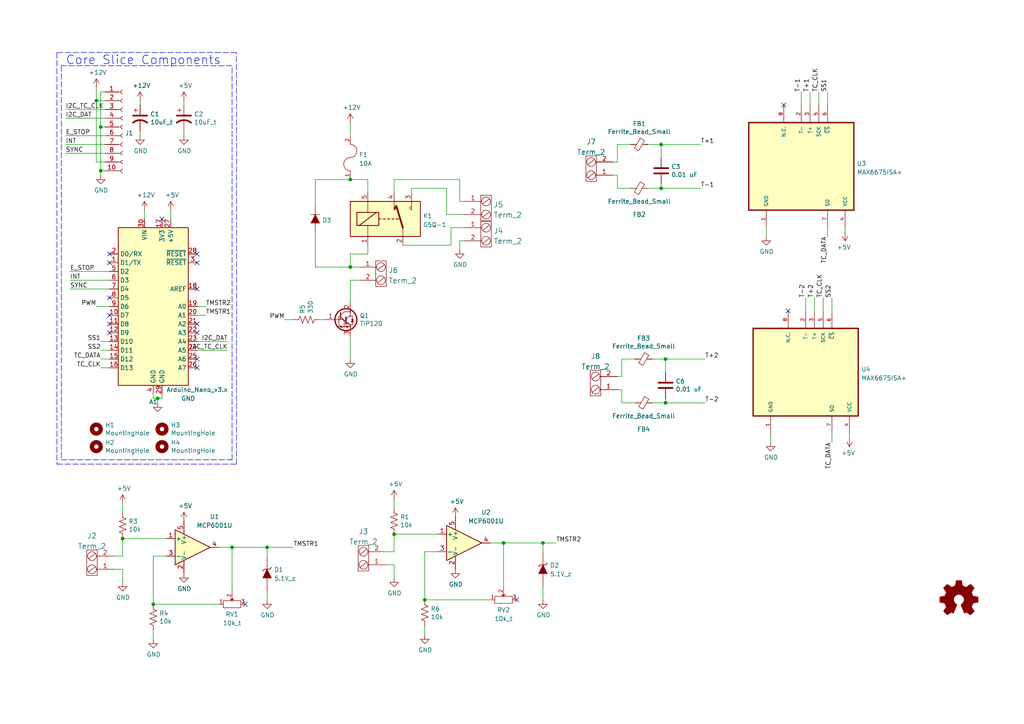
<source format=kicad_sch>
(kicad_sch (version 20231120) (generator "eeschema") (generator_version "8.0")
  (paper "A4")
  (lib_symbols
    (symbol "Amplifier_Operational:MCP6001U" (pin_names (offset 0.127))
      (property "Reference" "U" (at 0 5.08 0))
      (property "Value" "MCP6001U" (at 0 -5.08 0))
      (symbol "MCP6001U_0_1"
        (pin power_in line (at -2.54 -7.62 90) (length 3.81) (name "V-") (number "2"))
        (pin power_in line (at -2.54 7.62 270) (length 3.81) (name "V+") (number "5"))
      )
      (symbol "MCP6001U_1_1"
        (pin input line (at -7.62 2.54 0) (length 2.54) (name "+") (number "1"))
        (pin input line (at -7.62 -2.54 0) (length 2.54) (name "-") (number "3"))
        (pin output line (at 7.62 0 180) (length 2.54) (name "~") (number "4"))
      )
    )
    (symbol "BREAD_Slice-rescue:10uF_t-OCI_UPL_2_Capacitors" (pin_numbers hide) (pin_names (offset 0.254) hide)
      (property "Reference" "C" (at 0.635 2.54 0))
      (property "Value" "10uF_t-OCI_UPL_2_Capacitors" (at 0.635 -2.54 0))
      (symbol "10uF_t-OCI_UPL_2_Capacitors_1_1"
        (pin passive line (at 0 3.81 270) (length 2.794) (name "~") (number "1"))
        (pin passive line (at 0 -3.81 90) (length 3.302) (name "~") (number "2"))
      )
    )
    (symbol "Connector:Conn_01x10_Female" (pin_names (offset 1.016) hide)
      (property "Reference" "J" (at 0 12.7 0))
      (property "Value" "Conn_01x10_Female" (at 0 -15.24 0))
      (symbol "Conn_01x10_Female_1_1"
        (pin passive line (at -5.08 10.16 0) (length 3.81) (name "Pin_1") (number "1"))
        (pin passive line (at -5.08 -12.7 0) (length 3.81) (name "Pin_10") (number "10"))
        (pin passive line (at -5.08 7.62 0) (length 3.81) (name "Pin_2") (number "2"))
        (pin passive line (at -5.08 5.08 0) (length 3.81) (name "Pin_3") (number "3"))
        (pin passive line (at -5.08 2.54 0) (length 3.81) (name "Pin_4") (number "4"))
        (pin passive line (at -5.08 0 0) (length 3.81) (name "Pin_5") (number "5"))
        (pin passive line (at -5.08 -2.54 0) (length 3.81) (name "Pin_6") (number "6"))
        (pin passive line (at -5.08 -5.08 0) (length 3.81) (name "Pin_7") (number "7"))
        (pin passive line (at -5.08 -7.62 0) (length 3.81) (name "Pin_8") (number "8"))
        (pin passive line (at -5.08 -10.16 0) (length 3.81) (name "Pin_9") (number "9"))
      )
    )
    (symbol "Device:C" (pin_numbers hide) (pin_names (offset 0.254))
      (property "Reference" "C" (at 0.635 2.54 0))
      (property "Value" "C" (at 0.635 -2.54 0))
      (symbol "C_1_1"
        (pin passive line (at 0 3.81 270) (length 2.794) (name "~") (number "1"))
        (pin passive line (at 0 -3.81 90) (length 2.794) (name "~") (number "2"))
      )
    )
    (symbol "Device:Ferrite_Bead_Small" (pin_numbers hide) (pin_names (offset 0))
      (property "Reference" "FB" (at 1.905 1.27 0))
      (property "Value" "Device_Ferrite_Bead_Small" (at 1.905 -1.27 0))
      (symbol "Ferrite_Bead_Small_1_1"
        (pin passive line (at 0 2.54 270) (length 1.27) (name "~") (number "1"))
        (pin passive line (at 0 -2.54 90) (length 1.27) (name "~") (number "2"))
      )
    )
    (symbol "Device:R_US" (pin_numbers hide) (pin_names (offset 0))
      (property "Reference" "R" (at 2.54 0 90))
      (property "Value" "R_US" (at -2.54 0 90))
      (symbol "R_US_1_1"
        (pin passive line (at 0 3.81 270) (length 1.27) (name "~") (number "1"))
        (pin passive line (at 0 -3.81 90) (length 1.27) (name "~") (number "2"))
      )
    )
    (symbol "Graphic:Logo_Open_Hardware_Small" (pin_names (offset 1.016)))
    (symbol "MAX6675ISA_:MAX6675ISA+" (pin_names (offset 1.016))
      (property "Reference" "U" (at -12.7 16.2306 0))
      (property "Value" "MAX6675ISA+" (at -12.7 -19.2278 0))
      (symbol "MAX6675ISA+_0_0"
        (pin power_in line (at 17.78 -10.16 180) (length 5.08) (name "GND") (number "1"))
        (pin input line (at -17.78 0 0) (length 5.08) (name "T-") (number "2"))
        (pin input line (at -17.78 2.54 0) (length 5.08) (name "T+") (number "3"))
        (pin power_in line (at 17.78 12.7 180) (length 5.08) (name "VCC") (number "4"))
        (pin input line (at -17.78 5.08 0) (length 5.08) (name "SCK") (number "5"))
        (pin input line (at -17.78 7.62 0) (length 5.08) (name "~{CS}") (number "6"))
        (pin output line (at 17.78 7.62 180) (length 5.08) (name "SO") (number "7"))
        (pin bidirectional line (at -17.78 -5.08 0) (length 5.08) (name "N.C.") (number "8"))
      )
    )
    (symbol "MCU_Module:Arduino_Nano_v3.x"
      (property "Reference" "A" (at -10.16 23.495 0))
      (property "Value" "Arduino_Nano_v3.x" (at 5.08 -24.13 0))
      (symbol "Arduino_Nano_v3.x_1_1"
        (pin bidirectional line (at -12.7 12.7 0) (length 2.54) (name "D1/TX") (number "1"))
        (pin bidirectional line (at -12.7 -2.54 0) (length 2.54) (name "D7") (number "10"))
        (pin bidirectional line (at -12.7 -5.08 0) (length 2.54) (name "D8") (number "11"))
        (pin bidirectional line (at -12.7 -7.62 0) (length 2.54) (name "D9") (number "12"))
        (pin bidirectional line (at -12.7 -10.16 0) (length 2.54) (name "D10") (number "13"))
        (pin bidirectional line (at -12.7 -12.7 0) (length 2.54) (name "D11") (number "14"))
        (pin bidirectional line (at -12.7 -15.24 0) (length 2.54) (name "D12") (number "15"))
        (pin bidirectional line (at -12.7 -17.78 0) (length 2.54) (name "D13") (number "16"))
        (pin power_out line (at 2.54 25.4 270) (length 2.54) (name "3V3") (number "17"))
        (pin input line (at 12.7 5.08 180) (length 2.54) (name "AREF") (number "18"))
        (pin bidirectional line (at 12.7 0 180) (length 2.54) (name "A0") (number "19"))
        (pin bidirectional line (at -12.7 15.24 0) (length 2.54) (name "D0/RX") (number "2"))
        (pin bidirectional line (at 12.7 -2.54 180) (length 2.54) (name "A1") (number "20"))
        (pin bidirectional line (at 12.7 -5.08 180) (length 2.54) (name "A2") (number "21"))
        (pin bidirectional line (at 12.7 -7.62 180) (length 2.54) (name "A3") (number "22"))
        (pin bidirectional line (at 12.7 -10.16 180) (length 2.54) (name "A4") (number "23"))
        (pin bidirectional line (at 12.7 -12.7 180) (length 2.54) (name "A5") (number "24"))
        (pin bidirectional line (at 12.7 -15.24 180) (length 2.54) (name "A6") (number "25"))
        (pin bidirectional line (at 12.7 -17.78 180) (length 2.54) (name "A7") (number "26"))
        (pin power_out line (at 5.08 25.4 270) (length 2.54) (name "+5V") (number "27"))
        (pin input line (at 12.7 15.24 180) (length 2.54) (name "~{RESET}") (number "28"))
        (pin power_in line (at 2.54 -25.4 90) (length 2.54) (name "GND") (number "29"))
        (pin input line (at 12.7 12.7 180) (length 2.54) (name "~{RESET}") (number "3"))
        (pin power_in line (at -2.54 25.4 270) (length 2.54) (name "VIN") (number "30"))
        (pin power_in line (at 0 -25.4 90) (length 2.54) (name "GND") (number "4"))
        (pin bidirectional line (at -12.7 10.16 0) (length 2.54) (name "D2") (number "5"))
        (pin bidirectional line (at -12.7 7.62 0) (length 2.54) (name "D3") (number "6"))
        (pin bidirectional line (at -12.7 5.08 0) (length 2.54) (name "D4") (number "7"))
        (pin bidirectional line (at -12.7 2.54 0) (length 2.54) (name "D5") (number "8"))
        (pin bidirectional line (at -12.7 0 0) (length 2.54) (name "D6") (number "9"))
      )
    )
    (symbol "Mechanical:MountingHole" (pin_names (offset 1.016))
      (property "Reference" "H" (at 0 5.08 0))
      (property "Value" "MountingHole" (at 0 3.175 0))
    )
    (symbol "OCI_UPL_10_Connectors:Term_2" (pin_names (offset 1.016))
      (property "Reference" "J" (at 3.81 1.27 0))
      (property "Value" "Term_2" (at 6.35 3.81 0))
      (symbol "Term_2_1_1"
        (pin input line (at -6.35 3.81 0) (length 5.08) (name "~") (number "1"))
        (pin input line (at -6.35 0 0) (length 5.08) (name "~") (number "2"))
      )
    )
    (symbol "OCI_UPL_11_Mechanical:FUSE_Blade" (pin_names (offset 0.254))
      (property "Reference" "F" (at 2.54 1.27 0))
      (property "Value" "FUSE_Blade" (at 0 -3.81 0))
      (symbol "FUSE_Blade_1_1"
        (pin input line (at -6.35 0 0) (length 2.54) (name "~") (number "1"))
        (pin input line (at 6.35 0 180) (length 2.54) (name "~") (number "2"))
      )
    )
    (symbol "OCI_UPL_1_Resistors:10k_t" (pin_names (offset 1.016) hide)
      (property "Reference" "RV" (at 0 -2.032 0))
      (property "Value" "10k_t" (at 0 0 0))
      (symbol "10k_t_1_1"
        (pin passive line (at -3.81 0 0) (length 1.27) (name "1") (number "1"))
        (pin passive line (at 0 3.81 270) (length 2.54) (name "2") (number "2"))
        (pin passive line (at 3.81 0 180) (length 1.27) (name "3") (number "3"))
      )
    )
    (symbol "OCI_UPL_4_Semiconductors:5.1V_z" (pin_numbers hide) (pin_names (offset 1.016) hide)
      (property "Reference" "D" (at 0 2.54 0))
      (property "Value" "5.1V_z" (at 0 -2.54 0))
      (symbol "5.1V_z_1_1"
        (pin passive line (at -5.08 0 0) (length 3.81) (name "K") (number "1"))
        (pin passive line (at 5.08 0 180) (length 3.81) (name "A") (number "2"))
      )
    )
    (symbol "OCI_UPL_4_Semiconductors:General_Purpose_Diode" (pin_numbers hide) (pin_names (offset 1.016) hide)
      (property "Reference" "D" (at 0 2.54 0))
      (symbol "General_Purpose_Diode_1_1"
        (pin passive line (at -3.81 0 0) (length 2.54) (name "K") (number "1"))
        (pin passive line (at 3.81 0 180) (length 2.54) (name "A") (number "2"))
      )
    )
    (symbol "Relay:G5Q-1"
      (property "Reference" "K" (at 11.43 3.81 0))
      (property "Value" "G5Q-1" (at 11.43 1.27 0))
      (symbol "G5Q-1_1_1"
        (pin passive line (at -5.08 -7.62 90) (length 2.54) (name "~") (number "1"))
        (pin passive line (at 5.08 -7.62 90) (length 2.54) (name "~") (number "2"))
        (pin passive line (at 7.62 7.62 270) (length 2.54) (name "~") (number "3"))
        (pin passive line (at 2.54 7.62 270) (length 2.54) (name "~") (number "4"))
        (pin passive line (at -5.08 7.62 270) (length 2.54) (name "~") (number "5"))
      )
    )
    (symbol "Transistor_BJT:TIP120" (pin_names (offset 0) hide)
      (property "Reference" "Q" (at 5.08 1.905 0))
      (property "Value" "TIP120" (at 5.08 0 0))
      (symbol "TIP120_1_1"
        (pin input line (at -5.08 0 0) (length 3.81) (name "B") (number "1"))
        (pin passive line (at 2.54 5.08 270) (length 2.667) (name "C") (number "2"))
        (pin passive line (at 2.54 -5.08 90) (length 2.54) (name "E") (number "3"))
      )
    )
    (symbol "power:+12V" (power) (pin_names (offset 0))
      (property "Value" "+12V" (at 0 3.556 0))
      (symbol "+12V_1_1"
        (pin power_in line (at 0 0 90) (length 0) hide (name "+12V") (number "1"))
      )
    )
    (symbol "power:+5V" (power) (pin_names (offset 0))
      (property "Value" "+5V" (at 0 3.556 0))
      (symbol "+5V_1_1"
        (pin power_in line (at 0 0 90) (length 0) hide (name "+5V") (number "1"))
      )
    )
    (symbol "power:GND" (power) (pin_names (offset 0))
      (property "Value" "GND" (at 0 -3.81 0))
      (symbol "GND_1_1"
        (pin power_in line (at 0 0 270) (length 0) hide (name "GND") (number "1"))
      )
    )
  )
  (junction (at 123.19 173.99))
  (junction (at 29.21 49.53))
  (junction (at 101.6 77.47))
  (junction (at 35.56 156.21))
  (junction (at 101.6 52.07))
  (junction (at 191.77 54.61))
  (junction (at 27.94 29.21))
  (junction (at 114.3 154.94))
  (junction (at 45.72 115.57))
  (junction (at 29.21 36.83))
  (junction (at 67.31 158.75))
  (junction (at 193.04 116.84))
  (junction (at 157.48 157.48))
  (junction (at 191.77 41.91))
  (junction (at 77.47 158.75))
  (junction (at 146.05 157.48))
  (junction (at 193.04 104.14))
  (junction (at 44.45 175.26))
  (no_connect (at 57.15 96.52))
  (no_connect (at 31.75 86.36))
  (no_connect (at 57.15 83.82))
  (no_connect (at 31.75 76.2))
  (no_connect (at 149.86 173.99))
  (no_connect (at 228.6 90.17))
  (no_connect (at 31.75 91.44))
  (no_connect (at 31.75 96.52))
  (no_connect (at 71.12 175.26))
  (no_connect (at 31.75 73.66))
  (no_connect (at 46.99 63.5))
  (no_connect (at 31.75 93.98))
  (no_connect (at 57.15 93.98))
  (no_connect (at 57.15 106.68))
  (no_connect (at 57.15 104.14))
  (no_connect (at 57.15 73.66))
  (no_connect (at 57.15 76.2))
  (no_connect (at 227.33 30.48))
  (wire (pts (xy 106.68 71.12) (xy 106.68 73.66)))
  (wire (pts (xy 46.99 115.57) (xy 46.99 114.3)))
  (wire (pts (xy 29.21 106.68) (xy 31.75 106.68)))
  (wire (pts (xy 180.34 113.03) (xy 180.34 116.84)))
  (wire (pts (xy 29.21 101.6) (xy 31.75 101.6)))
  (wire (pts (xy 77.47 171.45) (xy 77.47 173.99)))
  (wire (pts (xy 123.19 173.99) (xy 142.24 173.99)))
  (wire (pts (xy 101.6 73.66) (xy 101.6 77.47)))
  (wire (pts (xy 114.3 52.07) (xy 133.35 52.07)))
  (wire (pts (xy 129.54 54.61) (xy 129.54 62.23)))
  (wire (pts (xy 114.3 154.94) (xy 127 154.94)))
  (wire (pts (xy 146.05 157.48) (xy 157.48 157.48)))
  (wire (pts (xy 142.24 157.48) (xy 146.05 157.48)))
  (wire (pts (xy 40.64 39.37) (xy 40.64 38.1)))
  (wire (pts (xy 63.5 158.75) (xy 67.31 158.75)))
  (wire (pts (xy 91.44 52.07) (xy 91.44 59.69)))
  (wire (pts (xy 35.56 156.21) (xy 35.56 161.29)))
  (wire (pts (xy 45.72 115.57) (xy 46.99 115.57)))
  (polyline (pts (xy 67.31 133.35) (xy 67.31 19.05)) (stroke (width 0) (type dash)))
  (wire (pts (xy 157.48 170.18) (xy 157.48 173.99)))
  (wire (pts (xy 106.68 55.88) (xy 106.68 52.07)))
  (wire (pts (xy 157.48 157.48) (xy 157.48 160.02)))
  (wire (pts (xy 179.07 46.99) (xy 179.07 41.91)))
  (wire (pts (xy 101.6 52.07) (xy 106.68 52.07)))
  (wire (pts (xy 234.95 26.67) (xy 234.95 30.48)))
  (wire (pts (xy 19.05 41.91) (xy 30.48 41.91)))
  (wire (pts (xy 133.35 52.07) (xy 133.35 58.42)))
  (wire (pts (xy 101.6 77.47) (xy 104.14 77.47)))
  (wire (pts (xy 129.54 62.23) (xy 134.62 62.23)))
  (wire (pts (xy 27.94 29.21) (xy 30.48 29.21)))
  (wire (pts (xy 133.35 58.42) (xy 134.62 58.42)))
  (wire (pts (xy 106.68 73.66) (xy 101.6 73.66)))
  (wire (pts (xy 111.76 163.83) (xy 114.3 163.83)))
  (wire (pts (xy 44.45 182.88) (xy 44.45 185.42)))
  (polyline (pts (xy 16.51 134.62) (xy 68.58 134.62)) (stroke (width 0) (type dash)))
  (wire (pts (xy 77.47 158.75) (xy 77.47 161.29)))
  (wire (pts (xy 180.34 109.22) (xy 180.34 104.14)))
  (wire (pts (xy 133.35 69.85) (xy 133.35 72.39)))
  (wire (pts (xy 236.22 86.36) (xy 236.22 90.17)))
  (polyline (pts (xy 17.78 19.05) (xy 17.78 133.35)) (stroke (width 0) (type dash)))
  (wire (pts (xy 92.71 92.71) (xy 93.98 92.71)))
  (wire (pts (xy 114.3 55.88) (xy 114.3 52.07)))
  (wire (pts (xy 193.04 104.14) (xy 204.47 104.14)))
  (wire (pts (xy 179.07 109.22) (xy 180.34 109.22)))
  (wire (pts (xy 240.03 26.67) (xy 240.03 30.48)))
  (wire (pts (xy 123.19 181.61) (xy 123.19 184.15)))
  (wire (pts (xy 27.94 25.4) (xy 27.94 29.21)))
  (wire (pts (xy 179.07 41.91) (xy 182.88 41.91)))
  (wire (pts (xy 48.26 161.29) (xy 44.45 161.29)))
  (wire (pts (xy 29.21 49.53) (xy 29.21 36.83)))
  (wire (pts (xy 187.96 41.91) (xy 191.77 41.91)))
  (wire (pts (xy 187.96 54.61) (xy 191.77 54.61)))
  (wire (pts (xy 29.21 99.06) (xy 31.75 99.06)))
  (wire (pts (xy 35.56 165.1) (xy 35.56 168.91)))
  (wire (pts (xy 30.48 39.37) (xy 19.05 39.37)))
  (wire (pts (xy 134.62 69.85) (xy 133.35 69.85)))
  (wire (pts (xy 232.41 26.67) (xy 232.41 30.48)))
  (wire (pts (xy 53.34 30.48) (xy 53.34 29.21)))
  (polyline (pts (xy 67.31 19.05) (xy 17.78 19.05)) (stroke (width 0) (type dash)))
  (wire (pts (xy 222.25 66.04) (xy 222.25 68.58)))
  (wire (pts (xy 44.45 161.29) (xy 44.45 175.26)))
  (wire (pts (xy 157.48 157.48) (xy 161.29 157.48)))
  (wire (pts (xy 30.48 46.99) (xy 27.94 46.99)))
  (wire (pts (xy 19.05 44.45) (xy 30.48 44.45)))
  (wire (pts (xy 177.8 46.99) (xy 179.07 46.99)))
  (wire (pts (xy 57.15 88.9) (xy 59.69 88.9)))
  (wire (pts (xy 101.6 35.56) (xy 101.6 39.37)))
  (wire (pts (xy 101.6 81.28) (xy 104.14 81.28)))
  (wire (pts (xy 130.81 71.12) (xy 130.81 66.04)))
  (wire (pts (xy 116.84 71.12) (xy 130.81 71.12)))
  (wire (pts (xy 33.02 161.29) (xy 35.56 161.29)))
  (wire (pts (xy 30.48 31.75) (xy 19.05 31.75)))
  (wire (pts (xy 20.32 83.82) (xy 31.75 83.82)))
  (wire (pts (xy 177.8 50.8) (xy 179.07 50.8)))
  (polyline (pts (xy 68.58 15.24) (xy 16.51 15.24)) (stroke (width 0) (type dash)))
  (wire (pts (xy 193.04 116.84) (xy 204.47 116.84)))
  (wire (pts (xy 233.68 86.36) (xy 233.68 90.17)))
  (wire (pts (xy 238.76 86.36) (xy 238.76 90.17)))
  (wire (pts (xy 101.6 97.79) (xy 101.6 104.14)))
  (wire (pts (xy 19.05 34.29) (xy 30.48 34.29)))
  (wire (pts (xy 114.3 163.83) (xy 114.3 167.64)))
  (wire (pts (xy 49.53 60.96) (xy 49.53 63.5)))
  (wire (pts (xy 146.05 157.48) (xy 146.05 170.18)))
  (wire (pts (xy 44.45 114.3) (xy 44.45 115.57)))
  (wire (pts (xy 191.77 41.91) (xy 191.77 45.72)))
  (polyline (pts (xy 16.51 15.24) (xy 16.51 134.62)) (stroke (width 0) (type dash)))
  (wire (pts (xy 35.56 146.05) (xy 35.56 148.59)))
  (wire (pts (xy 91.44 77.47) (xy 101.6 77.47)))
  (wire (pts (xy 191.77 54.61) (xy 203.2 54.61)))
  (wire (pts (xy 123.19 160.02) (xy 123.19 173.99)))
  (wire (pts (xy 29.21 26.67) (xy 30.48 26.67)))
  (wire (pts (xy 245.11 66.04) (xy 245.11 67.31)))
  (wire (pts (xy 40.64 30.48) (xy 40.64 29.21)))
  (wire (pts (xy 193.04 104.14) (xy 193.04 107.95)))
  (wire (pts (xy 179.07 50.8) (xy 179.07 54.61)))
  (wire (pts (xy 101.6 52.07) (xy 91.44 52.07)))
  (wire (pts (xy 191.77 41.91) (xy 203.2 41.91)))
  (wire (pts (xy 77.47 158.75) (xy 85.09 158.75)))
  (wire (pts (xy 33.02 165.1) (xy 35.56 165.1)))
  (wire (pts (xy 241.3 125.73) (xy 241.3 128.27)))
  (wire (pts (xy 30.48 36.83) (xy 29.21 36.83)))
  (wire (pts (xy 44.45 115.57) (xy 45.72 115.57)))
  (wire (pts (xy 101.6 81.28) (xy 101.6 87.63)))
  (wire (pts (xy 111.76 160.02) (xy 114.3 160.02)))
  (wire (pts (xy 45.72 115.57) (xy 45.72 116.84)))
  (wire (pts (xy 31.75 78.74) (xy 20.32 78.74)))
  (wire (pts (xy 29.21 104.14) (xy 31.75 104.14)))
  (wire (pts (xy 193.04 116.84) (xy 193.04 115.57)))
  (wire (pts (xy 35.56 156.21) (xy 48.26 156.21)))
  (wire (pts (xy 53.34 39.37) (xy 53.34 38.1)))
  (wire (pts (xy 27.94 46.99) (xy 27.94 29.21)))
  (wire (pts (xy 29.21 50.8) (xy 29.21 49.53)))
  (wire (pts (xy 67.31 158.75) (xy 77.47 158.75)))
  (wire (pts (xy 189.23 104.14) (xy 193.04 104.14)))
  (wire (pts (xy 114.3 154.94) (xy 114.3 160.02)))
  (wire (pts (xy 191.77 54.61) (xy 191.77 53.34)))
  (wire (pts (xy 20.32 81.28) (xy 31.75 81.28)))
  (wire (pts (xy 57.15 101.6) (xy 66.04 101.6)))
  (wire (pts (xy 180.34 116.84) (xy 184.15 116.84)))
  (wire (pts (xy 67.31 158.75) (xy 67.31 171.45)))
  (wire (pts (xy 241.3 86.36) (xy 241.3 90.17)))
  (wire (pts (xy 237.49 26.67) (xy 237.49 30.48)))
  (wire (pts (xy 127 160.02) (xy 123.19 160.02)))
  (wire (pts (xy 82.55 92.71) (xy 85.09 92.71)))
  (wire (pts (xy 179.07 54.61) (xy 182.88 54.61)))
  (wire (pts (xy 29.21 36.83) (xy 29.21 26.67)))
  (wire (pts (xy 41.91 60.96) (xy 41.91 63.5)))
  (wire (pts (xy 27.94 88.9) (xy 31.75 88.9)))
  (wire (pts (xy 119.38 55.88) (xy 119.38 54.61)))
  (wire (pts (xy 57.15 91.44) (xy 59.69 91.44)))
  (wire (pts (xy 66.04 99.06) (xy 57.15 99.06)))
  (wire (pts (xy 240.03 66.04) (xy 240.03 68.58)))
  (polyline (pts (xy 17.78 133.35) (xy 67.31 133.35)) (stroke (width 0) (type dash)))
  (wire (pts (xy 119.38 54.61) (xy 129.54 54.61)))
  (wire (pts (xy 44.45 175.26) (xy 63.5 175.26)))
  (wire (pts (xy 30.48 49.53) (xy 29.21 49.53)))
  (wire (pts (xy 180.34 104.14) (xy 184.15 104.14)))
  (wire (pts (xy 91.44 67.31) (xy 91.44 77.47)))
  (wire (pts (xy 189.23 116.84) (xy 193.04 116.84)))
  (wire (pts (xy 223.52 125.73) (xy 223.52 128.27)))
  (polyline (pts (xy 68.58 134.62) (xy 68.58 15.24)) (stroke (width 0) (type dash)))
  (wire (pts (xy 130.81 66.04) (xy 134.62 66.04)))
  (wire (pts (xy 179.07 113.03) (xy 180.34 113.03)))
  (wire (pts (xy 114.3 144.78) (xy 114.3 147.32)))
  (wire (pts (xy 246.38 125.73) (xy 246.38 127)))
  (text "Core Slice Components" (at 19.05 19.05 0) (effects (font (size 2.54 2.54)) (justify left bottom)))
  (label "T+2" (at 236.22 86.36 90))
  (label "TC_CLK" (at 237.49 26.67 90))
  (label "T-2" (at 204.47 116.84 0))
  (label "I2C_TC_CLK" (at 19.05 31.75 0))
  (label "I2C_DAT" (at 19.05 34.29 0))
  (label "E_STOP" (at 20.32 78.74 0))
  (label "E_STOP" (at 19.05 39.37 0))
  (label "TC_CLK" (at 29.21 106.68 180))
  (label "SS2" (at 29.21 101.6 180))
  (label "PWM" (at 82.55 92.71 180))
  (label "TC_DATA" (at 240.03 68.58 270))
  (label "TC_DATA" (at 241.3 128.27 270))
  (label "T-1" (at 203.2 54.61 0))
  (label "INT" (at 20.32 81.28 0))
  (label "PWM" (at 27.94 88.9 180))
  (label "SS1" (at 240.03 26.67 90))
  (label "T-2" (at 233.68 86.36 90))
  (label "TMSTR1" (at 85.09 158.75 0))
  (label "T+1" (at 203.2 41.91 0))
  (label "T+2" (at 204.47 104.14 0))
  (label "SYNC" (at 20.32 83.82 0))
  (label "T-1" (at 232.41 26.67 90))
  (label "TC_CLK" (at 238.76 86.36 90))
  (label "SYNC" (at 19.05 44.45 0))
  (label "TC_DATA" (at 29.21 104.14 180))
  (label "SS1" (at 29.21 99.06 180))
  (label "SS2" (at 241.3 86.36 90))
  (label "TMSTR1" (at 59.69 91.44 0))
  (label "I2C_DAT" (at 66.04 99.06 180))
  (label "INT" (at 19.05 41.91 0))
  (label "T+1" (at 234.95 26.67 90))
  (label "I2C_TC_CLK" (at 66.04 101.6 180))
  (label "TMSTR2" (at 161.29 157.48 0))
  (label "TMSTR2" (at 59.69 88.9 0))
  (symbol (lib_id "power:GND") (at 45.72 116.84 0) (unit 1)
    (property "Reference" "#PWR06" (effects (hide yes)))
    (property "Value" "GND" (at 54.61 115.57 0))
  )
  (symbol (lib_id "power:+5V") (at 49.53 60.96 0) (unit 1)
    (property "Reference" "#PWR07" (effects (hide yes)))
    (property "Value" "+5V" (at 49.911 56.5658 0))
  )
  (symbol (lib_id "power:+12V") (at 41.91 60.96 0) (unit 1)
    (property "Reference" "#PWR05" (effects (hide yes)))
    (property "Value" "+12V" (at 42.291 56.5658 0))
  )
  (symbol (lib_id "BREAD_Slice-rescue:10uF_t-OCI_UPL_2_Capacitors") (at 40.64 34.29 0) (unit 1)
    (property "Reference" "C1" (at 43.561 33.1216 0) (effects (justify left)))
    (property "Value" "10uF_t" (at 43.561 35.433 0) (effects (justify left)))
    (property "Footprint" "OCI:C_1206_HandSoldering" (effects (hide yes)))
    (property "TC_DATAsheet" "https://www.digikey.com/short/qcd8n7" (effects (hide yes)))
    (property "Part #" "T491C106K025AT" (effects (hide yes)))
    (property "UPL #" "2.021" (effects (hide yes)))
  )
  (symbol (lib_id "power:GND") (at 40.64 39.37 0) (unit 1)
    (property "Reference" "#PWR04" (effects (hide yes)))
    (property "Value" "GND" (at 40.767 43.7642 0))
  )
  (symbol (lib_id "Mechanical:MountingHole") (at 27.94 124.46 0) (unit 1)
    (property "Reference" "H1" (at 30.48 123.2916 0) (effects (justify left)))
    (property "Value" "MountingHole" (at 30.48 125.603 0) (effects (justify left)))
    (property "Footprint" "MountingHole:MountingHole_3.2mm_M3_DIN965_Pad" (effects (hide yes)))
  )
  (symbol (lib_id "Mechanical:MountingHole") (at 46.99 124.46 0) (unit 1)
    (property "Reference" "H3" (at 49.53 123.2916 0) (effects (justify left)))
    (property "Value" "MountingHole" (at 49.53 125.603 0) (effects (justify left)))
    (property "Footprint" "MountingHole:MountingHole_3.2mm_M3_DIN965_Pad" (effects (hide yes)))
  )
  (symbol (lib_id "Mechanical:MountingHole") (at 27.94 129.54 0) (unit 1)
    (property "Reference" "H2" (at 30.48 128.3716 0) (effects (justify left)))
    (property "Value" "MountingHole" (at 30.48 130.683 0) (effects (justify left)))
    (property "Footprint" "MountingHole:MountingHole_3.2mm_M3_DIN965_Pad" (effects (hide yes)))
  )
  (symbol (lib_id "Mechanical:MountingHole") (at 46.99 129.54 0) (unit 1)
    (property "Reference" "H4" (at 49.53 128.3716 0) (effects (justify left)))
    (property "Value" "MountingHole" (at 49.53 130.683 0) (effects (justify left)))
    (property "Footprint" "MountingHole:MountingHole_3.2mm_M3_DIN965_Pad" (effects (hide yes)))
  )
  (symbol (lib_id "MCU_Module:Arduino_Nano_v3.x") (at 44.45 88.9 0) (unit 1)
    (property "Reference" "A1" (at 44.45 116.5606 0))
    (property "Value" "Arduino_Nano_v3.x" (at 57.15 113.03 0))
    (property "Footprint" "Module:Arduino_Nano" (effects (hide yes)))
    (property "TC_DATAsheet" "http://www.mouser.com/pdfdocs/Gravitech_Arduino_Nano3_0.pdf" (effects (hide yes)))
  )
  (symbol (lib_id "Graphic:Logo_Open_Hardware_Small") (at 278.13 173.99 0) (unit 1)
    (property "Reference" "Logo1" (effects (hide yes)))
    (property "Value" "Logo_Open_Hardware_Small" (effects (hide yes)))
    (property "Footprint" "Symbol:OSHW-Symbol_6.7x6mm_SilkScreen" (effects (hide yes)))
  )
  (symbol (lib_id "Connector:Conn_01x10_Female") (at 35.56 36.83 0) (unit 1)
    (property "Reference" "J1" (at 36.2712 38.608 0) (effects (justify left)))
    (property "Value" "Conn_01x10_Female" (effects (hide yes)))
    (property "Footprint" "Connector_PinSocket_2.54mm:PinSocket_1x10_P2.54mm_Horizontal" (effects (hide yes)))
  )
  (symbol (lib_id "power:+12V") (at 27.94 25.4 0) (unit 1)
    (property "Reference" "#PWR01" (effects (hide yes)))
    (property "Value" "+12V" (at 28.321 21.0058 0))
  )
  (symbol (lib_id "power:GND") (at 29.21 50.8 0) (unit 1)
    (property "Reference" "#PWR02" (effects (hide yes)))
    (property "Value" "GND" (at 29.337 55.1942 0))
  )
  (symbol (lib_id "power:+12V") (at 40.64 29.21 0) (unit 1)
    (property "Reference" "#PWR03" (effects (hide yes)))
    (property "Value" "+12V" (at 41.021 24.8158 0))
  )
  (symbol (lib_id "BREAD_Slice-rescue:10uF_t-OCI_UPL_2_Capacitors") (at 53.34 34.29 0) (unit 1)
    (property "Reference" "C2" (at 56.261 33.1216 0) (effects (justify left)))
    (property "Value" "10uF_t" (at 56.261 35.433 0) (effects (justify left)))
    (property "Footprint" "OCI:C_1206_HandSoldering" (effects (hide yes)))
    (property "TC_DATAsheet" "https://www.digikey.com/short/qcd8n7" (effects (hide yes)))
    (property "Part #" "T491C106K025AT" (effects (hide yes)))
    (property "UPL #" "2.021" (effects (hide yes)))
  )
  (symbol (lib_id "power:GND") (at 53.34 39.37 0) (unit 1)
    (property "Reference" "#PWR09" (effects (hide yes)))
    (property "Value" "GND" (at 53.467 43.7642 0))
  )
  (symbol (lib_id "power:+5V") (at 53.34 29.21 0) (unit 1)
    (property "Reference" "#PWR08" (effects (hide yes)))
    (property "Value" "+5V" (at 53.721 24.8158 0))
  )
  (symbol (lib_id "Transistor_BJT:TIP120") (at 99.06 92.71 0) (unit 1)
    (property "Reference" "Q1" (at 104.3178 91.5416 0) (effects (justify left)))
    (property "Value" "TIP120" (at 104.3178 93.853 0) (effects (justify left)))
    (property "Footprint" "Package_TO_SOT_THT:TO-220-3_Vertical" (effects (hide yes)))
    (property "TC_DATAsheet" "https://www.onsemi.com/pub/Collateral/TIP120-D.PDF" (effects (hide yes)))
  )
  (symbol (lib_id "power:GND") (at 101.6 104.14 0) (unit 1)
    (property "Reference" "#PWR0102" (effects (hide yes)))
    (property "Value" "GND" (at 101.727 108.5342 0))
  )
  (symbol (lib_id "Device:Ferrite_Bead_Small") (at 185.42 41.91 270) (unit 1)
    (property "Reference" "FB1" (at 185.42 35.8902 90))
    (property "Value" "Ferrite_Bead_Small" (at 185.42 38.2016 90))
    (property "Footprint" "OCI:R_1206_HandSoldering" (effects (hide yes)))
  )
  (symbol (lib_id "Device:Ferrite_Bead_Small") (at 185.42 54.61 270) (unit 1)
    (property "Reference" "FB2" (at 185.42 62.23 90))
    (property "Value" "Ferrite_Bead_Small" (at 185.42 58.42 90))
    (property "Footprint" "OCI:R_1206_HandSoldering" (effects (hide yes)))
  )
  (symbol (lib_id "Device:C") (at 191.77 49.53 0) (unit 1)
    (property "Reference" "C3" (at 194.691 48.3616 0) (effects (justify left)))
    (property "Value" "0.01 uF" (at 194.691 50.673 0) (effects (justify left)))
    (property "Footprint" "OCI:C_1206_HandSoldering" (effects (hide yes)))
  )
  (symbol (lib_id "power:GND") (at 222.25 68.58 0) (unit 1)
    (property "Reference" "#PWR0105" (effects (hide yes)))
    (property "Value" "GND" (at 222.377 72.9742 0))
  )
  (symbol (lib_id "Device:R_US") (at 114.3 151.13 0) (unit 1)
    (property "Reference" "R1" (at 116.0272 149.9616 0) (effects (justify left)))
    (property "Value" "10k" (at 116.0272 152.273 0) (effects (justify left)))
    (property "Footprint" "OCI:R_1206_HandSoldering" (effects (hide yes)))
  )
  (symbol (lib_id "power:GND") (at 114.3 167.64 0) (unit 1)
    (property "Reference" "#PWR0107" (effects (hide yes)))
    (property "Value" "GND" (at 114.427 172.0342 0))
  )
  (symbol (lib_id "power:+5V") (at 114.3 144.78 0) (unit 1)
    (property "Reference" "#PWR0108" (effects (hide yes)))
    (property "Value" "+5V" (at 114.681 140.3858 0))
  )
  (symbol (lib_id "power:GND") (at 44.45 185.42 0) (unit 1)
    (property "Reference" "#PWR012" (effects (hide yes)))
    (property "Value" "GND" (at 44.577 189.8142 0))
  )
  (symbol (lib_id "OCI_UPL_10_Connectors:Term_2") (at 171.45 46.99 180) (unit 1)
    (property "Reference" "J7" (at 171.45 41.1279 0) (effects (font (size 1.524 1.524))))
    (property "Value" "Term_2" (at 171.45 44.1213 0) (effects (font (size 1.524 1.524))))
    (property "Footprint" "OCI:TerminalBlock_Pheonix_MKDS1.5-2pol" (effects (hide yes)))
    (property "TC_DATAsheet" "https://www.digikey.com/short/q7wbhd" (effects (hide yes)))
    (property "Part #" "1935161" (effects (hide yes)))
    (property "UPL #" "10.003" (effects (hide yes)))
  )
  (symbol (lib_id "power:+5V") (at 245.11 67.31 180) (unit 1)
    (property "Reference" "#PWR022" (effects (hide yes)))
    (property "Value" "+5V" (at 244.729 71.7042 0))
  )
  (symbol (lib_id "power:GND") (at 77.47 173.99 0) (unit 1)
    (property "Reference" "#PWR015" (effects (hide yes)))
    (property "Value" "GND" (at 77.597 178.3842 0))
  )
  (symbol (lib_id "OCI_UPL_4_Semiconductors:5.1V_z") (at 77.47 166.37 270) (unit 1)
    (property "Reference" "D1" (at 79.4766 165.2305 90) (effects (justify left)))
    (property "Value" "5.1V_z" (at 79.4766 167.7674 90) (effects (justify left)))
    (property "Footprint" "OCI:Diode_DO-41_SOD81_Horizontal_RM10" (effects (hide yes)))
    (property "TC_DATAsheet" "https://www.digikey.com/short/q75wjm" (effects (hide yes)))
    (property "Part #" "1N4733ATR" (effects (hide yes)))
    (property "UPL #" "4.007" (effects (hide yes)))
  )
  (symbol (lib_id "OCI_UPL_1_Resistors:10k_t") (at 146.05 173.99 0) (unit 1)
    (property "Reference" "RV2" (at 146.05 176.9094 0))
    (property "Value" "10k_t" (at 146.05 179.4463 0))
    (property "Footprint" "OCI:Potentiometer_Bourns_3296W_3-8Zoll_Inline_ScrewUp" (effects (hide yes)))
    (property "TC_DATAsheet" "https://www.digikey.com/short/qt5j3q" (effects (hide yes)))
    (property "Part #" "1-1623849-0 " (effects (hide yes)))
    (property "UPL #" "1.070" (effects (hide yes)))
  )
  (symbol (lib_id "Device:Ferrite_Bead_Small") (at 186.69 116.84 270) (unit 1)
    (property "Reference" "FB4" (at 186.69 124.46 90))
    (property "Value" "Ferrite_Bead_Small" (at 186.69 120.65 90))
    (property "Footprint" "OCI:R_1206_HandSoldering" (effects (hide yes)))
  )
  (symbol (lib_id "power:GND") (at 35.56 168.91 0) (unit 1)
    (property "Reference" "#PWR011" (effects (hide yes)))
    (property "Value" "GND" (at 35.687 173.3042 0))
  )
  (symbol (lib_id "power:GND") (at 53.34 166.37 0) (unit 1)
    (property "Reference" "#PWR014" (effects (hide yes)))
    (property "Value" "GND" (at 53.467 170.7642 0))
  )
  (symbol (lib_id "OCI_UPL_10_Connectors:Term_2") (at 26.67 161.29 180) (unit 1)
    (property "Reference" "J2" (at 26.67 155.4279 0) (effects (font (size 1.524 1.524))))
    (property "Value" "Term_2" (at 26.67 158.4213 0) (effects (font (size 1.524 1.524))))
    (property "Footprint" "OCI:TerminalBlock_Pheonix_MKDS1.5-2pol" (effects (hide yes)))
    (property "TC_DATAsheet" "https://www.digikey.com/short/q7wbhd" (effects (hide yes)))
    (property "Part #" "1935161" (effects (hide yes)))
    (property "UPL #" "10.003" (effects (hide yes)))
  )
  (symbol (lib_id "power:GND") (at 133.35 72.39 0) (unit 1)
    (property "Reference" "#PWR0103" (effects (hide yes)))
    (property "Value" "GND" (at 133.477 76.7842 0))
  )
  (symbol (lib_id "Relay:G5Q-1") (at 111.76 63.5 0) (unit 1)
    (property "Reference" "K1" (at 122.682 62.6653 0) (effects (justify left)))
    (property "Value" "G5Q-1" (at 122.682 65.2022 0) (effects (justify left)))
    (property "Footprint" "Relay_THT:Relay_SPDT_Omron-G5Q-1" (effects (hide yes)))
    (property "TC_DATAsheet" "https://www.omron.com/ecb/products/pdf/en-g5q.pdf" (effects (hide yes)))
  )
  (symbol (lib_id "MAX6675ISA_:MAX6675ISA+") (at 233.68 107.95 270) (unit 1)
    (property "Reference" "U4" (at 249.7582 107.1153 90) (effects (justify left)))
    (property "Value" "MAX6675ISA+" (at 249.7582 109.6522 90) (effects (justify left)))
    (property "Footprint" "MAX6675ISA_:SOIC127P600X175-8N" (effects (hide yes)))
  )
  (symbol (lib_id "Device:R_US") (at 35.56 152.4 0) (unit 1)
    (property "Reference" "R3" (at 37.2872 151.2316 0) (effects (justify left)))
    (property "Value" "10k" (at 37.2872 153.543 0) (effects (justify left)))
    (property "Footprint" "OCI:R_1206_HandSoldering" (effects (hide yes)))
  )
  (symbol (lib_id "OCI_UPL_10_Connectors:Term_2") (at 140.97 62.23 0) (unit 1)
    (property "Reference" "J5" (at 143.129 59.3488 0) (effects (font (size 1.524 1.524)) (justify left)))
    (property "Value" "Term_2" (at 143.129 62.3422 0) (effects (font (size 1.524 1.524)) (justify left)))
    (property "Footprint" "OCI:TerminalBlock_Pheonix_MKDS1.5-2pol" (effects (hide yes)))
    (property "TC_DATAsheet" "https://www.digikey.com/short/q7wbhd" (effects (hide yes)))
    (property "Part #" "1935161" (effects (hide yes)))
    (property "UPL #" "10.003" (effects (hide yes)))
  )
  (symbol (lib_id "power:GND") (at 223.52 128.27 0) (unit 1)
    (property "Reference" "#PWR021" (effects (hide yes)))
    (property "Value" "GND" (at 223.647 132.6642 0))
  )
  (symbol (lib_id "Device:R_US") (at 123.19 177.8 0) (unit 1)
    (property "Reference" "R6" (at 124.9172 176.6316 0) (effects (justify left)))
    (property "Value" "10k" (at 124.9172 178.943 0) (effects (justify left)))
    (property "Footprint" "OCI:R_1206_HandSoldering" (effects (hide yes)))
  )
  (symbol (lib_id "OCI_UPL_10_Connectors:Term_2") (at 110.49 81.28 0) (unit 1)
    (property "Reference" "J6" (at 112.649 78.3988 0) (effects (font (size 1.524 1.524)) (justify left)))
    (property "Value" "Term_2" (at 112.649 81.3922 0) (effects (font (size 1.524 1.524)) (justify left)))
    (property "Footprint" "OCI:TerminalBlock_Pheonix_MKDS1.5-2pol" (effects (hide yes)))
    (property "TC_DATAsheet" "https://www.digikey.com/short/q7wbhd" (effects (hide yes)))
    (property "Part #" "1935161" (effects (hide yes)))
    (property "UPL #" "10.003" (effects (hide yes)))
  )
  (symbol (lib_id "Amplifier_Operational:MCP6001U") (at 134.62 157.48 0) (unit 1)
    (property "Reference" "U2" (at 140.97 148.59 0))
    (property "Value" "MCP6001U" (at 140.97 151.13 0))
    (property "Footprint" "Package_TO_SOT_SMD:SOT-23-5" (effects (hide yes)))
    (property "TC_DATAsheet" "http://ww1.microchip.com/downloads/en/DeviceDoc/21733j.pdf" (effects (hide yes)))
  )
  (symbol (lib_id "power:GND") (at 157.48 173.99 0) (unit 1)
    (property "Reference" "#PWR020" (effects (hide yes)))
    (property "Value" "GND" (at 157.607 178.3842 0))
  )
  (symbol (lib_id "OCI_UPL_11_Mechanical:FUSE_Blade") (at 101.6 45.72 90) (unit 1)
    (property "Reference" "F1" (at 104.14 44.8853 90) (effects (justify right)))
    (property "Value" "10A" (at 104.14 47.4222 90) (effects (justify right)))
    (property "Footprint" "OCI:Fuse_Holder" (effects (hide yes)))
    (property "TC_DATAsheet" "https://www.digikey.com/short/q7wbwz" (effects (hide yes)))
    (property "Part #" "3522-2" (effects (hide yes)))
    (property "UPL #" "11.003" (effects (hide yes)))
  )
  (symbol (lib_id "Device:R_US") (at 44.45 179.07 0) (unit 1)
    (property "Reference" "R4" (at 46.1772 177.9016 0) (effects (justify left)))
    (property "Value" "10k" (at 46.1772 180.213 0) (effects (justify left)))
    (property "Footprint" "OCI:R_1206_HandSoldering" (effects (hide yes)))
  )
  (symbol (lib_id "Device:R_US") (at 88.9 92.71 90) (unit 1)
    (property "Reference" "R5" (at 87.7316 90.9828 0) (effects (justify left)))
    (property "Value" "330" (at 90.043 90.9828 0) (effects (justify left)))
    (property "Footprint" "OCI:R_1206_HandSoldering" (effects (hide yes)))
  )
  (symbol (lib_id "power:+5V") (at 246.38 127 180) (unit 1)
    (property "Reference" "#PWR023" (effects (hide yes)))
    (property "Value" "+5V" (at 245.999 131.3942 0))
  )
  (symbol (lib_id "power:+12V") (at 101.6 35.56 0) (unit 1)
    (property "Reference" "#PWR0101" (effects (hide yes)))
    (property "Value" "+12V" (at 101.981 31.1658 0))
  )
  (symbol (lib_id "OCI_UPL_10_Connectors:Term_2") (at 105.41 160.02 180) (unit 1)
    (property "Reference" "J3" (at 105.41 154.1579 0) (effects (font (size 1.524 1.524))))
    (property "Value" "Term_2" (at 105.41 157.1513 0) (effects (font (size 1.524 1.524))))
    (property "Footprint" "OCI:TerminalBlock_Pheonix_MKDS1.5-2pol" (effects (hide yes)))
    (property "TC_DATAsheet" "https://www.digikey.com/short/q7wbhd" (effects (hide yes)))
    (property "Part #" "1935161" (effects (hide yes)))
    (property "UPL #" "10.003" (effects (hide yes)))
  )
  (symbol (lib_id "power:+5V") (at 132.08 149.86 0) (unit 1)
    (property "Reference" "#PWR018" (effects (hide yes)))
    (property "Value" "+5V" (at 132.461 145.4658 0))
  )
  (symbol (lib_id "OCI_UPL_10_Connectors:Term_2") (at 140.97 69.85 0) (unit 1)
    (property "Reference" "J4" (at 143.129 66.9688 0) (effects (font (size 1.524 1.524)) (justify left)))
    (property "Value" "Term_2" (at 143.129 69.9622 0) (effects (font (size 1.524 1.524)) (justify left)))
    (property "Footprint" "OCI:TerminalBlock_Pheonix_MKDS1.5-2pol" (effects (hide yes)))
    (property "TC_DATAsheet" "https://www.digikey.com/short/q7wbhd" (effects (hide yes)))
    (property "Part #" "1935161" (effects (hide yes)))
    (property "UPL #" "10.003" (effects (hide yes)))
  )
  (symbol (lib_id "power:GND") (at 123.19 184.15 0) (unit 1)
    (property "Reference" "#PWR017" (effects (hide yes)))
    (property "Value" "GND" (at 123.317 188.5442 0))
  )
  (symbol (lib_id "Device:Ferrite_Bead_Small") (at 186.69 104.14 270) (unit 1)
    (property "Reference" "FB3" (at 186.69 98.1202 90))
    (property "Value" "Ferrite_Bead_Small" (at 186.69 100.4316 90))
    (property "Footprint" "OCI:R_1206_HandSoldering" (effects (hide yes)))
  )
  (symbol (lib_id "OCI_UPL_1_Resistors:10k_t") (at 67.31 175.26 0) (unit 1)
    (property "Reference" "RV1" (at 67.31 178.1794 0))
    (property "Value" "10k_t" (at 67.31 180.7163 0))
    (property "Footprint" "OCI:Potentiometer_Bourns_3296W_3-8Zoll_Inline_ScrewUp" (effects (hide yes)))
    (property "TC_DATAsheet" "https://www.digikey.com/short/qt5j3q" (effects (hide yes)))
    (property "Part #" "1-1623849-0 " (effects (hide yes)))
    (property "UPL #" "1.070" (effects (hide yes)))
  )
  (symbol (lib_id "OCI_UPL_10_Connectors:Term_2") (at 172.72 109.22 180) (unit 1)
    (property "Reference" "J8" (at 172.72 103.3579 0) (effects (font (size 1.524 1.524))))
    (property "Value" "Term_2" (at 172.72 106.3513 0) (effects (font (size 1.524 1.524))))
    (property "Footprint" "OCI:TerminalBlock_Pheonix_MKDS1.5-2pol" (effects (hide yes)))
    (property "TC_DATAsheet" "https://www.digikey.com/short/q7wbhd" (effects (hide yes)))
    (property "Part #" "1935161" (effects (hide yes)))
    (property "UPL #" "10.003" (effects (hide yes)))
  )
  (symbol (lib_id "Device:C") (at 193.04 111.76 0) (unit 1)
    (property "Reference" "C6" (at 195.961 110.5916 0) (effects (justify left)))
    (property "Value" "0.01 uF" (at 195.961 112.903 0) (effects (justify left)))
    (property "Footprint" "OCI:C_1206_HandSoldering" (effects (hide yes)))
  )
  (symbol (lib_id "OCI_UPL_4_Semiconductors:General_Purpose_Diode") (at 91.44 63.5 270) (unit 1)
    (property "Reference" "D3" (at 93.4212 63.8957 90) (effects (justify left)))
    (property "Value" "General_Purpose_Diode" (effects (hide yes)))
    (property "Footprint" "OCI:Diode_DO-201AD_Horizontal_RM15" (effects (hide yes)))
    (property "TC_DATAsheet" "https://www.digikey.com/short/q75wqm" (effects (hide yes)))
    (property "Part #" "1N914BWS" (effects (hide yes)))
    (property "UPL #" "4.001" (effects (hide yes)))
  )
  (symbol (lib_id "MAX6675ISA_:MAX6675ISA+") (at 232.41 48.26 270) (unit 1)
    (property "Reference" "U3" (at 248.4882 47.4253 90) (effects (justify left)))
    (property "Value" "MAX6675ISA+" (at 248.4882 49.9622 90) (effects (justify left)))
    (property "Footprint" "MAX6675ISA_:SOIC127P600X175-8N" (effects (hide yes)))
  )
  (symbol (lib_id "power:+5V") (at 35.56 146.05 0) (unit 1)
    (property "Reference" "#PWR010" (effects (hide yes)))
    (property "Value" "+5V" (at 35.941 141.6558 0))
  )
  (symbol (lib_id "power:GND") (at 132.08 165.1 0) (unit 1)
    (property "Reference" "#PWR019" (effects (hide yes)))
    (property "Value" "GND" (at 132.207 169.4942 0))
  )
  (symbol (lib_id "power:+5V") (at 53.34 151.13 0) (unit 1)
    (property "Reference" "#PWR013" (effects (hide yes)))
    (property "Value" "+5V" (at 53.721 146.7358 0))
  )
  (symbol (lib_id "Amplifier_Operational:MCP6001U") (at 55.88 158.75 0) (unit 1)
    (property "Reference" "U1" (at 62.23 149.86 0))
    (property "Value" "MCP6001U" (at 62.23 152.4 0))
    (property "Footprint" "Package_TO_SOT_SMD:SOT-23-5" (effects (hide yes)))
    (property "TC_DATAsheet" "http://ww1.microchip.com/downloads/en/DeviceDoc/21733j.pdf" (effects (hide yes)))
  )
  (symbol (lib_id "OCI_UPL_4_Semiconductors:5.1V_z") (at 157.48 165.1 270) (unit 1)
    (property "Reference" "D2" (at 159.4866 163.9605 90) (effects (justify left)))
    (property "Value" "5.1V_z" (at 159.4866 166.4974 90) (effects (justify left)))
    (property "Footprint" "OCI:Diode_DO-41_SOD81_Horizontal_RM10" (effects (hide yes)))
    (property "TC_DATAsheet" "https://www.digikey.com/short/q75wjm" (effects (hide yes)))
    (property "Part #" "1N4733ATR" (effects (hide yes)))
    (property "UPL #" "4.007" (effects (hide yes)))
  )
)
</source>
